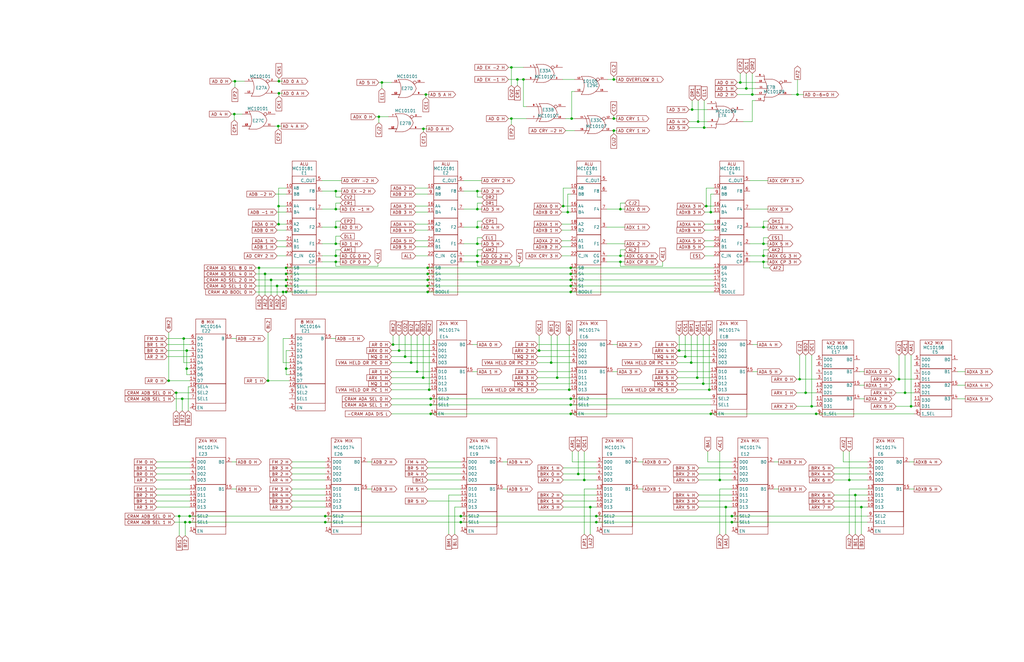
<source format=kicad_sch>
(kicad_sch (version 20211123) (generator eeschema)
  (paper "B")
  (title_block (title "DATA PATH AD & ADX ADDERS") (date "10/21/1976") (rev "A") (company "DIGITAL") (comment 1 "M8512-0-DP03"))
  (junction (at 218.186 33.528))
  (junction (at 344.17 174.625))
  (junction (at 215.646 28.448))
  (junction (at 109.22 113.03))
  (junction (at 175.895 156.845))
  (junction (at 180.34 113.03))
  (junction (at 141.605 102.87))
  (junction (at 243.84 200.025))
  (junction (at 180.34 118.11))
  (junction (at 261.62 88.265))
  (junction (at 173.355 153.035))
  (junction (at 291.846 46.228))
  (junction (at 117.602 34.29))
  (junction (at 240.03 164.465))
  (junction (at 141.605 88.265))
  (junction (at 78.74 147.955))
  (junction (at 321.945 107.95))
  (junction (at 168.275 147.955))
  (junction (at 314.706 37.338))
  (junction (at 379.095 160.02))
  (junction (at 294.005 159.385))
  (junction (at 137.16 217.805))
  (junction (at 117.475 86.995))
  (junction (at 77.47 142.875))
  (junction (at 113.03 160.655))
  (junction (at 178.435 159.385))
  (junction (at 317.246 39.878))
  (junction (at 294.386 51.308))
  (junction (at 321.945 95.885))
  (junction (at 120.65 120.65))
  (junction (at 258.826 33.528))
  (junction (at 215.646 50.038))
  (junction (at 288.925 150.495))
  (junction (at 237.49 86.995))
  (junction (at 161.036 34.798))
  (junction (at 180.34 120.65))
  (junction (at 258.826 55.118))
  (junction (at 360.68 208.915))
  (junction (at 120.65 155.575))
  (junction (at 261.62 107.95))
  (junction (at 248.92 213.995))
  (junction (at 299.72 174.625))
  (junction (at 76.835 168.275))
  (junction (at 170.815 150.495))
  (junction (at 246.38 202.565))
  (junction (at 179.578 39.878))
  (junction (at 180.34 123.19))
  (junction (at 251.46 217.805))
  (junction (at 240.665 113.03))
  (junction (at 336.296 39.878))
  (junction (at 303.53 202.565))
  (junction (at 240.665 123.19))
  (junction (at 117.348 53.213))
  (junction (at 201.295 80.645))
  (junction (at 232.41 153.035))
  (junction (at 194.31 217.805))
  (junction (at 141.605 110.49))
  (junction (at 291.465 153.035))
  (junction (at 240.665 174.625))
  (junction (at 111.76 115.57))
  (junction (at 240.665 168.275))
  (junction (at 78.105 220.345))
  (junction (at 296.926 53.848))
  (junction (at 234.95 159.385))
  (junction (at 159.766 49.276))
  (junction (at 119.38 123.19))
  (junction (at 201.295 95.885))
  (junction (at 240.665 170.815))
  (junction (at 239.395 89.535))
  (junction (at 299.085 164.465))
  (junction (at 98.806 48.133))
  (junction (at 80.01 217.805))
  (junction (at 117.475 94.615))
  (junction (at 251.46 220.345))
  (junction (at 299.72 89.535))
  (junction (at 137.16 220.345))
  (junction (at 181.61 168.275))
  (junction (at 321.945 110.49))
  (junction (at 78.74 155.575))
  (junction (at 381.635 165.735))
  (junction (at 201.295 107.95))
  (junction (at 117.602 39.37))
  (junction (at 180.975 164.465))
  (junction (at 120.65 115.57))
  (junction (at 297.815 86.995))
  (junction (at 286.385 147.955))
  (junction (at 141.605 107.95))
  (junction (at 306.07 213.995))
  (junction (at 261.62 110.49))
  (junction (at 227.33 147.955))
  (junction (at 363.22 213.995))
  (junction (at 114.3 118.11))
  (junction (at 240.665 118.11))
  (junction (at 74.295 165.735))
  (junction (at 201.295 110.49))
  (junction (at 384.175 171.45))
  (junction (at 99.06 34.29))
  (junction (at 71.12 160.655))
  (junction (at 181.61 170.815))
  (junction (at 308.61 217.805))
  (junction (at 80.01 220.345))
  (junction (at 220.726 33.528))
  (junction (at 358.14 202.565))
  (junction (at 141.605 80.645))
  (junction (at 312.166 34.798))
  (junction (at 201.295 88.265))
  (junction (at 342.265 171.45))
  (junction (at 75.565 217.805))
  (junction (at 241.046 50.038))
  (junction (at 178.562 54.356))
  (junction (at 201.295 102.87))
  (junction (at 116.84 120.65))
  (junction (at 240.665 115.57))
  (junction (at 337.185 160.02))
  (junction (at 120.65 118.11))
  (junction (at 194.31 220.345))
  (junction (at 321.945 102.87))
  (junction (at 141.605 95.885))
  (junction (at 120.65 113.03))
  (junction (at 240.665 120.65))
  (junction (at 308.61 220.345))
  (junction (at 165.735 145.415))
  (junction (at 180.34 115.57))
  (junction (at 258.826 50.038))
  (junction (at 120.65 123.19))
  (junction (at 181.61 174.625))
  (junction (at 296.545 161.925))
  (junction (at 339.725 165.735))
  (wire (pts (xy 296.926 53.848) (xy 298.196 53.848)))
  (wire (pts (xy 180.34 211.455) (xy 194.31 211.455)))
  (wire (pts (xy 98.806 48.133) (xy 102.108 48.133)))
  (wire (pts (xy 360.68 208.915) (xy 365.76 208.915)))
  (wire (pts (xy 170.815 141.605) (xy 170.815 150.495)))
  (wire (pts (xy 135.89 107.95) (xy 141.605 107.95)))
  (wire (pts (xy 97.536 48.133) (xy 98.806 48.133)))
  (wire (pts (xy 154.94 194.945) (xy 156.845 194.945)))
  (wire (pts (xy 243.84 190.5) (xy 243.84 200.025)))
  (wire (pts (xy 70.485 150.495) (xy 80.01 150.495)))
  (wire (pts (xy 294.64 208.915) (xy 308.61 208.915)))
  (wire (pts (xy 215.646 50.038) (xy 221.996 50.038)))
  (wire (pts (xy 286.385 141.605) (xy 286.385 147.955)))
  (wire (pts (xy 121.92 153.035) (xy 119.38 153.035)))
  (wire (pts (xy 363.22 213.995) (xy 365.76 213.995)))
  (wire (pts (xy 73.66 165.735) (xy 74.295 165.735)))
  (wire (pts (xy 111.76 115.57) (xy 120.65 115.57)))
  (wire (pts (xy 236.855 104.14) (xy 240.665 104.14)))
  (wire (pts (xy 141.605 107.95) (xy 143.51 107.95)))
  (wire (pts (xy 258.826 32.258) (xy 258.826 33.528)))
  (wire (pts (xy 291.846 42.418) (xy 291.846 46.228)))
  (wire (pts (xy 165.1 147.955) (xy 168.275 147.955)))
  (wire (pts (xy 203.2 83.185) (xy 201.295 83.185)))
  (wire (pts (xy 297.18 94.615) (xy 300.99 94.615)))
  (wire (pts (xy 240.03 141.605) (xy 240.03 164.465)))
  (wire (pts (xy 248.92 213.995) (xy 248.92 225.425)))
  (wire (pts (xy 116.205 81.915) (xy 120.65 81.915)))
  (wire (pts (xy 226.695 156.845) (xy 240.665 156.845)))
  (wire (pts (xy 291.846 46.228) (xy 298.196 46.228)))
  (wire (pts (xy 316.23 107.95) (xy 321.945 107.95)))
  (wire (pts (xy 288.925 150.495) (xy 299.72 150.495)))
  (wire (pts (xy 79.375 163.195) (xy 80.01 163.195)))
  (wire (pts (xy 321.945 100.33) (xy 321.945 102.87)))
  (wire (pts (xy 116.84 120.65) (xy 120.65 120.65)))
  (wire (pts (xy 321.945 107.95) (xy 323.85 107.95)))
  (wire (pts (xy 201.295 93.345) (xy 201.295 95.885)))
  (wire (pts (xy 303.53 206.375) (xy 308.61 206.375)))
  (wire (pts (xy 339.725 149.86) (xy 339.725 165.735)))
  (wire (pts (xy 98.806 50.673) (xy 98.806 48.133)))
  (wire (pts (xy 323.85 105.41) (xy 321.945 105.41)))
  (wire (pts (xy 258.826 50.038) (xy 260.096 50.038)))
  (wire (pts (xy 117.602 34.29) (xy 117.602 33.02)))
  (wire (pts (xy 66.04 202.565) (xy 80.01 202.565)))
  (wire (pts (xy 286.385 147.955) (xy 299.72 147.955)))
  (wire (pts (xy 238.506 50.038) (xy 241.046 50.038)))
  (wire (pts (xy 117.475 86.995) (xy 120.65 86.995)))
  (wire (pts (xy 77.47 142.875) (xy 80.01 142.875)))
  (wire (pts (xy 78.105 220.345) (xy 78.105 226.06)))
  (wire (pts (xy 165.1 170.815) (xy 181.61 170.815)))
  (wire (pts (xy 66.04 200.025) (xy 80.01 200.025)))
  (wire (pts (xy 73.66 217.805) (xy 75.565 217.805)))
  (wire (pts (xy 294.64 211.455) (xy 308.61 211.455)))
  (wire (pts (xy 379.095 160.02) (xy 385.445 160.02)))
  (wire (pts (xy 240.665 113.03) (xy 300.99 113.03)))
  (wire (pts (xy 66.04 208.915) (xy 80.01 208.915)))
  (wire (pts (xy 344.17 174.625) (xy 385.445 174.625)))
  (wire (pts (xy 123.19 213.995) (xy 137.16 213.995)))
  (wire (pts (xy 240.665 81.915) (xy 239.395 81.915)))
  (wire (pts (xy 195.58 102.87) (xy 201.295 102.87)))
  (wire (pts (xy 314.706 30.988) (xy 314.706 37.338)))
  (wire (pts (xy 237.49 200.025) (xy 243.84 200.025)))
  (wire (pts (xy 135.89 102.87) (xy 141.605 102.87)))
  (wire (pts (xy 80.01 220.345) (xy 137.16 220.345)))
  (wire (pts (xy 255.905 88.265) (xy 261.62 88.265)))
  (wire (pts (xy 285.75 156.845) (xy 299.72 156.845)))
  (wire (pts (xy 300.99 79.375) (xy 297.815 79.375)))
  (wire (pts (xy 194.31 208.915) (xy 189.23 208.915)))
  (wire (pts (xy 299.72 89.535) (xy 300.99 89.535)))
  (wire (pts (xy 299.085 141.605) (xy 299.085 164.465)))
  (wire (pts (xy 258.445 156.845) (xy 260.35 156.845)))
  (wire (pts (xy 123.19 206.375) (xy 137.16 206.375)))
  (wire (pts (xy 199.39 156.845) (xy 201.295 156.845)))
  (wire (pts (xy 165.1 161.925) (xy 181.61 161.925)))
  (wire (pts (xy 175.26 101.6) (xy 180.34 101.6)))
  (wire (pts (xy 80.01 153.035) (xy 77.47 153.035)))
  (wire (pts (xy 97.79 34.29) (xy 99.06 34.29)))
  (wire (pts (xy 321.945 113.03) (xy 321.945 110.49)))
  (wire (pts (xy 261.62 107.95) (xy 263.525 107.95)))
  (wire (pts (xy 117.094 39.37) (xy 117.602 39.37)))
  (wire (pts (xy 66.04 197.485) (xy 80.01 197.485)))
  (wire (pts (xy 333.756 39.878) (xy 336.296 39.878)))
  (wire (pts (xy 180.34 123.19) (xy 240.665 123.19)))
  (wire (pts (xy 239.395 81.915) (xy 239.395 89.535)))
  (wire (pts (xy 238.506 55.118) (xy 242.316 55.118)))
  (wire (pts (xy 135.89 110.49) (xy 141.605 110.49)))
  (wire (pts (xy 285.75 145.415) (xy 299.72 145.415)))
  (wire (pts (xy 258.826 48.768) (xy 258.826 50.038)))
  (wire (pts (xy 201.295 85.725) (xy 201.295 88.265)))
  (wire (pts (xy 214.376 33.528) (xy 218.186 33.528)))
  (wire (pts (xy 194.31 220.345) (xy 251.46 220.345)))
  (wire (pts (xy 139.7 142.875) (xy 141.605 142.875)))
  (wire (pts (xy 237.49 213.995) (xy 248.92 213.995)))
  (wire (pts (xy 120.65 115.57) (xy 180.34 115.57)))
  (wire (pts (xy 258.445 145.415) (xy 260.35 145.415)))
  (wire (pts (xy 170.815 150.495) (xy 181.61 150.495)))
  (wire (pts (xy 237.236 33.528) (xy 242.316 33.528)))
  (wire (pts (xy 310.896 37.338) (xy 314.706 37.338)))
  (wire (pts (xy 116.078 53.213) (xy 117.348 53.213)))
  (wire (pts (xy 117.348 53.213) (xy 118.618 53.213)))
  (wire (pts (xy 358.14 202.565) (xy 365.76 202.565)))
  (wire (pts (xy 137.16 217.805) (xy 194.31 217.805)))
  (wire (pts (xy 263.525 105.41) (xy 261.62 105.41)))
  (wire (pts (xy 251.46 220.345) (xy 308.61 220.345)))
  (wire (pts (xy 181.61 168.275) (xy 240.665 168.275)))
  (wire (pts (xy 191.77 213.995) (xy 194.31 213.995)))
  (wire (pts (xy 97.79 142.875) (xy 99.695 142.875)))
  (wire (pts (xy 313.436 51.308) (xy 317.246 51.308)))
  (wire (pts (xy 80.01 158.115) (xy 78.74 158.115)))
  (wire (pts (xy 165.1 164.465) (xy 180.975 164.465)))
  (wire (pts (xy 154.94 206.375) (xy 156.845 206.375)))
  (wire (pts (xy 175.26 97.155) (xy 180.34 97.155)))
  (wire (pts (xy 336.296 39.878) (xy 338.836 39.878)))
  (wire (pts (xy 135.89 80.645) (xy 141.605 80.645)))
  (wire (pts (xy 201.295 95.885) (xy 203.2 95.885)))
  (wire (pts (xy 326.39 206.375) (xy 328.295 206.375)))
  (wire (pts (xy 285.75 164.465) (xy 299.085 164.465)))
  (wire (pts (xy 296.545 141.605) (xy 296.545 161.925)))
  (wire (pts (xy 175.895 156.845) (xy 181.61 156.845)))
  (wire (pts (xy 237.49 211.455) (xy 251.46 211.455)))
  (wire (pts (xy 335.915 160.02) (xy 337.185 160.02)))
  (wire (pts (xy 180.34 194.945) (xy 194.31 194.945)))
  (wire (pts (xy 218.186 33.528) (xy 218.186 36.068)))
  (wire (pts (xy 117.094 34.29) (xy 117.602 34.29)))
  (wire (pts (xy 321.945 95.885) (xy 323.85 95.885)))
  (wire (pts (xy 116.84 89.535) (xy 120.65 89.535)))
  (wire (pts (xy 195.58 110.49) (xy 201.295 110.49)))
  (wire (pts (xy 99.06 34.29) (xy 103.124 34.29)))
  (wire (pts (xy 291.465 153.035) (xy 299.72 153.035)))
  (wire (pts (xy 165.1 150.495) (xy 170.815 150.495)))
  (wire (pts (xy 239.395 89.535) (xy 240.665 89.535)))
  (wire (pts (xy 141.605 112.395) (xy 141.605 110.49)))
  (wire (pts (xy 279.4 112.395) (xy 261.62 112.395)))
  (wire (pts (xy 201.295 112.395) (xy 201.295 110.49)))
  (wire (pts (xy 178.562 54.356) (xy 178.562 55.626)))
  (wire (pts (xy 201.295 88.265) (xy 203.2 88.265)))
  (wire (pts (xy 236.855 101.6) (xy 240.665 101.6)))
  (wire (pts (xy 120.65 79.375) (xy 117.475 79.375)))
  (wire (pts (xy 362.585 162.56) (xy 364.49 162.56)))
  (wire (pts (xy 261.62 105.41) (xy 261.62 107.95)))
  (wire (pts (xy 321.945 93.345) (xy 321.945 95.885)))
  (wire (pts (xy 175.26 104.14) (xy 180.34 104.14)))
  (wire (pts (xy 269.24 206.375) (xy 271.145 206.375)))
  (wire (pts (xy 261.62 88.265) (xy 263.525 88.265)))
  (wire (pts (xy 335.915 165.735) (xy 339.725 165.735)))
  (wire (pts (xy 303.53 202.565) (xy 308.61 202.565)))
  (wire (pts (xy 297.18 86.995) (xy 297.815 86.995)))
  (wire (pts (xy 141.605 95.885) (xy 143.51 95.885)))
  (wire (pts (xy 316.23 88.265) (xy 323.85 88.265)))
  (wire (pts (xy 317.246 51.308) (xy 317.246 42.418)))
  (wire (pts (xy 258.826 33.528) (xy 260.096 33.528)))
  (wire (pts (xy 119.38 123.19) (xy 119.38 124.46)))
  (wire (pts (xy 143.51 93.345) (xy 141.605 93.345)))
  (wire (pts (xy 71.12 140.335) (xy 71.12 160.655)))
  (wire (pts (xy 159.766 49.276) (xy 159.766 51.816)))
  (wire (pts (xy 240.665 170.815) (xy 299.72 170.815)))
  (wire (pts (xy 294.386 42.418) (xy 294.386 51.308)))
  (wire (pts (xy 246.38 202.565) (xy 251.46 202.565)))
  (wire (pts (xy 218.186 33.528) (xy 220.726 33.528)))
  (wire (pts (xy 195.58 95.885) (xy 201.295 95.885)))
  (wire (pts (xy 342.265 149.86) (xy 342.265 171.45)))
  (wire (pts (xy 226.695 150.495) (xy 240.665 150.495)))
  (wire (pts (xy 179.578 39.878) (xy 181.102 39.878)))
  (wire (pts (xy 237.49 197.485) (xy 251.46 197.485)))
  (wire (pts (xy 297.815 79.375) (xy 297.815 86.995)))
  (wire (pts (xy 323.85 93.345) (xy 321.945 93.345)))
  (wire (pts (xy 168.275 141.605) (xy 168.275 147.955)))
  (wire (pts (xy 180.34 113.03) (xy 240.665 113.03)))
  (wire (pts (xy 175.26 94.615) (xy 180.34 94.615)))
  (wire (pts (xy 180.34 118.11) (xy 240.665 118.11)))
  (wire (pts (xy 299.72 81.915) (xy 299.72 89.535)))
  (wire (pts (xy 74.295 173.355) (xy 74.295 165.735)))
  (wire (pts (xy 294.005 159.385) (xy 299.72 159.385)))
  (wire (pts (xy 241.3 190.5) (xy 241.3 194.945)))
  (wire (pts (xy 165.1 153.035) (xy 173.355 153.035)))
  (wire (pts (xy 358.14 206.375) (xy 365.76 206.375)))
  (wire (pts (xy 317.246 39.878) (xy 318.516 39.878)))
  (wire (pts (xy 355.6 194.945) (xy 365.76 194.945)))
  (wire (pts (xy 403.86 156.845) (xy 407.035 156.845)))
  (wire (pts (xy 203.2 105.41) (xy 201.295 105.41)))
  (wire (pts (xy 317.5 145.415) (xy 319.405 145.415)))
  (wire (pts (xy 240.665 115.57) (xy 300.99 115.57)))
  (wire (pts (xy 121.92 158.115) (xy 120.65 158.115)))
  (wire (pts (xy 80.01 217.805) (xy 137.16 217.805)))
  (wire (pts (xy 75.565 217.805) (xy 75.565 226.06)))
  (wire (pts (xy 123.19 194.945) (xy 137.16 194.945)))
  (wire (pts (xy 114.3 118.11) (xy 114.3 124.46)))
  (wire (pts (xy 351.79 208.915) (xy 360.68 208.915)))
  (wire (pts (xy 178.562 54.356) (xy 180.086 54.356)))
  (wire (pts (xy 165.1 174.625) (xy 181.61 174.625)))
  (wire (pts (xy 179.578 39.878) (xy 179.578 41.148)))
  (wire (pts (xy 214.376 28.448) (xy 215.646 28.448)))
  (wire (pts (xy 226.695 145.415) (xy 240.665 145.415)))
  (wire (pts (xy 246.38 206.375) (xy 251.46 206.375)))
  (wire (pts (xy 316.23 102.87) (xy 321.945 102.87)))
  (wire (pts (xy 79.375 173.355) (xy 79.375 163.195)))
  (wire (pts (xy 324.485 113.03) (xy 321.945 113.03)))
  (wire (pts (xy 298.45 190.5) (xy 298.45 194.945)))
  (wire (pts (xy 175.26 86.995) (xy 180.34 86.995)))
  (wire (pts (xy 199.39 145.415) (xy 201.295 145.415)))
  (wire (pts (xy 180.975 164.465) (xy 181.61 164.465)))
  (wire (pts (xy 251.46 217.805) (xy 308.61 217.805)))
  (wire (pts (xy 141.605 105.41) (xy 141.605 107.95)))
  (wire (pts (xy 321.945 102.87) (xy 323.85 102.87)))
  (wire (pts (xy 161.036 34.798) (xy 161.036 37.338)))
  (wire (pts (xy 180.34 197.485) (xy 194.31 197.485)))
  (wire (pts (xy 66.04 194.945) (xy 80.01 194.945)))
  (wire (pts (xy 342.265 171.45) (xy 344.17 171.45)))
  (wire (pts (xy 203.2 85.725) (xy 201.295 85.725)))
  (wire (pts (xy 226.695 161.925) (xy 240.665 161.925)))
  (wire (pts (xy 165.1 168.275) (xy 181.61 168.275)))
  (wire (pts (xy 381.635 149.86) (xy 381.635 165.735)))
  (wire (pts (xy 285.75 159.385) (xy 294.005 159.385)))
  (wire (pts (xy 175.26 107.95) (xy 180.34 107.95)))
  (wire (pts (xy 141.605 93.345) (xy 141.605 95.885)))
  (wire (pts (xy 141.605 99.695) (xy 141.605 102.87)))
  (wire (pts (xy 123.19 200.025) (xy 137.16 200.025)))
  (wire (pts (xy 240.665 79.375) (xy 237.49 79.375)))
  (wire (pts (xy 177.8 54.356) (xy 178.562 54.356)))
  (wire (pts (xy 285.75 153.035) (xy 291.465 153.035)))
  (wire (pts (xy 240.03 164.465) (xy 240.665 164.465)))
  (wire (pts (xy 212.09 194.945) (xy 213.995 194.945)))
  (wire (pts (xy 71.12 160.655) (xy 80.01 160.655)))
  (wire (pts (xy 232.41 141.605) (xy 232.41 153.035)))
  (wire (pts (xy 236.855 94.615) (xy 240.665 94.615)))
  (wire (pts (xy 120.65 118.11) (xy 180.34 118.11)))
  (wire (pts (xy 240.665 118.11) (xy 300.99 118.11)))
  (wire (pts (xy 308.61 220.345) (xy 365.76 220.345)))
  (wire (pts (xy 285.75 150.495) (xy 288.925 150.495)))
  (wire (pts (xy 119.38 123.19) (xy 120.65 123.19)))
  (wire (pts (xy 215.646 28.448) (xy 220.726 28.448)))
  (wire (pts (xy 141.605 80.645) (xy 144.145 80.645)))
  (wire (pts (xy 77.47 153.035) (xy 77.47 142.875)))
  (wire (pts (xy 358.14 206.375) (xy 358.14 225.425)))
  (wire (pts (xy 316.23 76.2) (xy 323.85 76.2)))
  (wire (pts (xy 269.24 194.945) (xy 271.145 194.945)))
  (wire (pts (xy 173.355 141.605) (xy 173.355 153.035)))
  (wire (pts (xy 297.18 89.535) (xy 299.72 89.535)))
  (wire (pts (xy 381.635 165.735) (xy 385.445 165.735)))
  (wire (pts (xy 78.74 147.955) (xy 80.01 147.955)))
  (wire (pts (xy 117.348 53.213) (xy 117.348 54.483)))
  (wire (pts (xy 120.65 113.03) (xy 180.34 113.03)))
  (wire (pts (xy 232.41 153.035) (xy 240.665 153.035)))
  (wire (pts (xy 73.66 168.275) (xy 76.835 168.275)))
  (wire (pts (xy 377.825 160.02) (xy 379.095 160.02)))
  (wire (pts (xy 175.26 81.915) (xy 180.34 81.915)))
  (wire (pts (xy 317.5 156.845) (xy 319.405 156.845)))
  (wire (pts (xy 321.945 110.49) (xy 323.85 110.49)))
  (wire (pts (xy 363.22 213.995) (xy 363.22 225.425)))
  (wire (pts (xy 379.095 149.86) (xy 379.095 160.02)))
  (wire (pts (xy 227.33 147.955) (xy 240.665 147.955)))
  (wire (pts (xy 237.49 208.915) (xy 251.46 208.915)))
  (wire (pts (xy 165.735 145.415) (xy 181.61 145.415)))
  (wire (pts (xy 288.925 141.605) (xy 288.925 150.495)))
  (wire (pts (xy 180.34 200.025) (xy 194.31 200.025)))
  (wire (pts (xy 335.915 171.45) (xy 342.265 171.45)))
  (wire (pts (xy 107.95 120.65) (xy 116.84 120.65)))
  (wire (pts (xy 383.54 194.945) (xy 385.445 194.945)))
  (wire (pts (xy 294.64 213.995) (xy 306.07 213.995)))
  (wire (pts (xy 123.19 208.915) (xy 137.16 208.915)))
  (wire (pts (xy 117.475 94.615) (xy 120.65 94.615)))
  (wire (pts (xy 234.95 141.605) (xy 234.95 159.385)))
  (wire (pts (xy 116.84 101.6) (xy 120.65 101.6)))
  (wire (pts (xy 337.185 160.02) (xy 344.17 160.02)))
  (wire (pts (xy 119.38 153.035) (xy 119.38 142.875)))
  (wire (pts (xy 243.84 200.025) (xy 251.46 200.025)))
  (wire (pts (xy 261.62 112.395) (xy 261.62 110.49)))
  (wire (pts (xy 290.576 46.228) (xy 291.846 46.228)))
  (wire (pts (xy 143.51 99.695) (xy 141.605 99.695)))
  (wire (pts (xy 201.295 102.87) (xy 203.2 102.87)))
  (wire (pts (xy 161.036 34.798) (xy 165.1 34.798)))
  (wire (pts (xy 285.75 147.955) (xy 286.385 147.955)))
  (wire (pts (xy 178.435 141.605) (xy 178.435 159.385)))
  (wire (pts (xy 226.695 164.465) (xy 240.03 164.465)))
  (wire (pts (xy 175.26 79.375) (xy 180.34 79.375)))
  (wire (pts (xy 165.1 145.415) (xy 165.735 145.415)))
  (wire (pts (xy 180.34 115.57) (xy 240.665 115.57)))
  (wire (pts (xy 221.996 44.958) (xy 220.726 44.958)))
  (wire (pts (xy 317.246 42.418) (xy 318.516 42.418)))
  (wire (pts (xy 116.84 97.155) (xy 120.65 97.155)))
  (wire (pts (xy 358.14 190.5) (xy 358.14 202.565)))
  (wire (pts (xy 78.74 155.575) (xy 80.01 155.575)))
  (wire (pts (xy 181.61 174.625) (xy 240.665 174.625)))
  (wire (pts (xy 360.68 208.915) (xy 360.68 225.425)))
  (wire (pts (xy 403.86 162.56) (xy 407.035 162.56)))
  (wire (pts (xy 212.09 206.375) (xy 213.995 206.375)))
  (wire (pts (xy 246.38 206.375) (xy 246.38 225.425)))
  (wire (pts (xy 201.295 110.49) (xy 203.2 110.49)))
  (wire (pts (xy 107.95 113.03) (xy 109.22 113.03)))
  (wire (pts (xy 158.496 49.276) (xy 159.766 49.276)))
  (wire (pts (xy 215.646 50.038) (xy 215.646 52.578)))
  (wire (pts (xy 159.385 112.395) (xy 141.605 112.395)))
  (wire (pts (xy 76.835 168.275) (xy 80.01 168.275)))
  (wire (pts (xy 189.23 208.915) (xy 189.23 225.425)))
  (wire (pts (xy 248.92 213.995) (xy 251.46 213.995)))
  (wire (pts (xy 123.19 197.485) (xy 137.16 197.485)))
  (wire (pts (xy 256.286 33.528) (xy 258.826 33.528)))
  (wire (pts (xy 351.79 200.025) (xy 365.76 200.025)))
  (wire (pts (xy 321.945 105.41) (xy 321.945 107.95)))
  (wire (pts (xy 339.725 165.735) (xy 344.17 165.735)))
  (wire (pts (xy 242.316 38.608) (xy 241.046 38.608)))
  (wire (pts (xy 143.51 105.41) (xy 141.605 105.41)))
  (wire (pts (xy 362.585 168.275) (xy 364.49 168.275)))
  (wire (pts (xy 141.605 88.265) (xy 143.51 88.265)))
  (wire (pts (xy 113.03 160.655) (xy 121.92 160.655)))
  (wire (pts (xy 141.605 85.725) (xy 141.605 88.265)))
  (wire (pts (xy 240.665 174.625) (xy 299.72 174.625)))
  (wire (pts (xy 111.76 115.57) (xy 111.76 124.46)))
  (wire (pts (xy 143.51 85.725) (xy 141.605 85.725)))
  (wire (pts (xy 298.45 194.945) (xy 308.61 194.945)))
  (wire (pts (xy 236.855 107.95) (xy 240.665 107.95)))
  (wire (pts (xy 78.74 155.575) (xy 78.74 147.955)))
  (wire (pts (xy 116.84 104.14) (xy 120.65 104.14)))
  (wire (pts (xy 236.855 89.535) (xy 239.395 89.535)))
  (wire (pts (xy 135.89 88.265) (xy 141.605 88.265)))
  (wire (pts (xy 377.825 165.735) (xy 381.635 165.735)))
  (wire (pts (xy 141.605 110.49) (xy 143.51 110.49)))
  (wire (pts (xy 66.04 206.375) (xy 80.01 206.375)))
  (wire (pts (xy 237.49 202.565) (xy 246.38 202.565)))
  (wire (pts (xy 285.75 161.925) (xy 296.545 161.925)))
  (wire (pts (xy 263.525 85.725) (xy 261.62 85.725)))
  (wire (pts (xy 306.07 213.995) (xy 308.61 213.995)))
  (wire (pts (xy 179.07 39.878) (xy 179.578 39.878)))
  (wire (pts (xy 241.046 50.038) (xy 242.316 50.038)))
  (wire (pts (xy 351.79 211.455) (xy 365.76 211.455)))
  (wire (pts (xy 290.576 53.848) (xy 296.926 53.848)))
  (wire (pts (xy 159.766 34.798) (xy 161.036 34.798)))
  (wire (pts (xy 112.395 160.655) (xy 113.03 160.655)))
  (wire (pts (xy 384.175 149.86) (xy 384.175 171.45)))
  (wire (pts (xy 165.1 156.845) (xy 175.895 156.845)))
  (wire (pts (xy 279.4 110.49) (xy 279.4 112.395)))
  (wire (pts (xy 234.95 159.385) (xy 240.665 159.385)))
  (wire (pts (xy 201.295 100.33) (xy 201.295 102.87)))
  (wire (pts (xy 116.84 120.65) (xy 116.84 124.46)))
  (wire (pts (xy 181.61 170.815) (xy 240.665 170.815)))
  (wire (pts (xy 303.53 206.375) (xy 303.53 225.425)))
  (wire (pts (xy 159.385 111.125) (xy 159.385 112.395)))
  (wire (pts (xy 191.77 225.425) (xy 191.77 213.995)))
  (wire (pts (xy 123.19 202.565) (xy 137.16 202.565)))
  (wire (pts (xy 241.046 38.608) (xy 241.046 50.038)))
  (wire (pts (xy 240.665 120.65) (xy 300.99 120.65)))
  (wire (pts (xy 220.726 33.528) (xy 220.726 44.958)))
  (wire (pts (xy 299.085 164.465) (xy 299.72 164.465)))
  (wire (pts (xy 237.49 79.375) (xy 237.49 86.995)))
  (wire (pts (xy 255.905 95.885) (xy 263.525 95.885)))
  (wire (pts (xy 97.79 206.375) (xy 99.695 206.375)))
  (wire (pts (xy 117.602 34.29) (xy 119.126 34.29)))
  (wire (pts (xy 323.85 100.33) (xy 321.945 100.33)))
  (wire (pts (xy 73.66 220.345) (xy 78.105 220.345)))
  (wire (pts (xy 306.07 213.995) (xy 306.07 225.425)))
  (wire (pts (xy 403.86 168.275) (xy 407.035 168.275)))
  (wire (pts (xy 194.31 217.805) (xy 251.46 217.805)))
  (wire (pts (xy 120.65 147.955) (xy 121.92 147.955)))
  (wire (pts (xy 296.926 42.418) (xy 296.926 53.848)))
  (wire (pts (xy 294.64 200.025) (xy 308.61 200.025)))
  (wire (pts (xy 215.646 28.448) (xy 215.646 36.068)))
  (wire (pts (xy 173.355 153.035) (xy 181.61 153.035)))
  (wire (pts (xy 240.665 123.19) (xy 300.99 123.19)))
  (wire (pts (xy 226.695 153.035) (xy 232.41 153.035)))
  (wire (pts (xy 312.166 34.798) (xy 318.516 34.798)))
  (wire (pts (xy 258.826 55.118) (xy 258.826 56.388)))
  (wire (pts (xy 135.89 76.2) (xy 144.145 76.2)))
  (wire (pts (xy 76.835 168.275) (xy 76.835 173.355)))
  (wire (pts (xy 141.605 83.185) (xy 141.605 80.645)))
  (wire (pts (xy 70.485 142.875) (xy 77.47 142.875)))
  (wire (pts (xy 195.58 80.645) (xy 201.295 80.645)))
  (wire (pts (xy 237.49 86.995) (xy 240.665 86.995)))
  (wire (pts (xy 180.975 141.605) (xy 180.975 164.465)))
  (wire (pts (xy 384.175 171.45) (xy 385.445 171.45)))
  (wire (pts (xy 261.62 110.49) (xy 263.525 110.49)))
  (wire (pts (xy 180.34 202.565) (xy 194.31 202.565)))
  (wire (pts (xy 383.54 206.375) (xy 385.445 206.375)))
  (wire (pts (xy 78.105 220.345) (xy 80.01 220.345)))
  (wire (pts (xy 294.64 202.565) (xy 303.53 202.565)))
  (wire (pts (xy 120.65 158.115) (xy 120.65 155.575)))
  (wire (pts (xy 137.16 220.345) (xy 194.31 220.345)))
  (wire (pts (xy 219.075 112.395) (xy 201.295 112.395)))
  (wire (pts (xy 310.896 34.798) (xy 312.166 34.798)))
  (wire (pts (xy 159.766 49.276) (xy 163.83 49.276)))
  (wire (pts (xy 203.2 93.345) (xy 201.295 93.345)))
  (wire (pts (xy 337.185 149.86) (xy 337.185 160.02)))
  (wire (pts (xy 290.576 51.308) (xy 294.386 51.308)))
  (wire (pts (xy 294.386 51.308) (xy 298.196 51.308)))
  (wire (pts (xy 214.376 50.038) (xy 215.646 50.038)))
  (wire (pts (xy 294.64 197.485) (xy 308.61 197.485)))
  (wire (pts (xy 255.905 102.87) (xy 263.525 102.87)))
  (wire (pts (xy 326.39 194.945) (xy 328.295 194.945)))
  (wire (pts (xy 310.896 39.878) (xy 317.246 39.878)))
  (wire (pts (xy 351.79 197.485) (xy 365.76 197.485)))
  (wire (pts (xy 113.03 140.335) (xy 113.03 160.655)))
  (wire (pts (xy 297.18 107.95) (xy 300.99 107.95)))
  (wire (pts (xy 336.296 33.528) (xy 336.296 39.878)))
  (wire (pts (xy 168.275 147.955) (xy 181.61 147.955)))
  (wire (pts (xy 236.855 86.995) (xy 237.49 86.995)))
  (wire (pts (xy 74.295 165.735) (xy 80.01 165.735)))
  (wire (pts (xy 175.26 89.535) (xy 180.34 89.535)))
  (wire (pts (xy 296.545 161.925) (xy 299.72 161.925)))
  (wire (pts (xy 70.485 145.415) (xy 80.01 145.415)))
  (wire (pts (xy 226.695 159.385) (xy 234.95 159.385)))
  (wire (pts (xy 175.895 141.605) (xy 175.895 156.845)))
  (wire (pts (xy 114.3 118.11) (xy 120.65 118.11)))
  (wire (pts (xy 291.465 141.605) (xy 291.465 153.035)))
  (wire (pts (xy 116.84 94.615) (xy 117.475 94.615)))
  (wire (pts (xy 120.65 120.65) (xy 180.34 120.65)))
  (wire (pts (xy 201.295 107.95) (xy 203.2 107.95)))
  (wire (pts (xy 226.695 147.955) (xy 227.33 147.955)))
  (wire (pts (xy 75.565 217.805) (xy 80.01 217.805)))
  (wire (pts (xy 300.99 81.915) (xy 299.72 81.915)))
  (wire (pts (xy 107.95 123.19) (xy 119.38 123.19)))
  (wire (pts (xy 109.22 113.03) (xy 120.65 113.03)))
  (wire (pts (xy 240.665 168.275) (xy 299.72 168.275)))
  (wire (pts (xy 165.1 159.385) (xy 178.435 159.385)))
  (wire (pts (xy 195.58 76.2) (xy 203.2 76.2)))
  (wire (pts (xy 294.005 141.605) (xy 294.005 159.385)))
  (wire (pts (xy 195.58 107.95) (xy 201.295 107.95)))
  (wire (pts (xy 107.95 118.11) (xy 114.3 118.11)))
  (wire (pts (xy 123.19 211.455) (xy 137.16 211.455)))
  (wire (pts (xy 203.2 100.33) (xy 201.295 100.33)))
  (wire (pts (xy 97.79 194.945) (xy 99.695 194.945)))
  (wire (pts (xy 201.295 83.185) (xy 201.295 80.645)))
  (wire (pts (xy 117.475 86.995) (xy 117.475 94.615)))
  (wire (pts (xy 116.84 107.95) (xy 120.65 107.95)))
  (wire (pts (xy 117.602 39.37) (xy 119.126 39.37)))
  (wire (pts (xy 299.72 174.625) (xy 344.17 174.625)))
  (wire (pts (xy 317.246 30.988) (xy 317.246 39.878)))
  (wire (pts (xy 119.38 142.875) (xy 121.92 142.875)))
  (wire (pts (xy 201.295 80.645) (xy 203.2 80.645)))
  (wire (pts (xy 255.905 110.49) (xy 261.62 110.49)))
  (wire (pts (xy 120.65 155.575) (xy 121.92 155.575)))
  (wire (pts (xy 99.06 34.29) (xy 99.06 36.83)))
  (wire (pts (xy 70.485 147.955) (xy 78.74 147.955)))
  (wire (pts (xy 308.61 217.805) (xy 365.76 217.805)))
  (wire (pts (xy 241.3 194.945) (xy 251.46 194.945)))
  (wire (pts (xy 201.295 105.41) (xy 201.295 107.95)))
  (wire (pts (xy 120.65 155.575) (xy 120.65 147.955)))
  (wire (pts (xy 107.95 115.57) (xy 111.76 115.57)))
  (wire (pts (xy 120.65 123.19) (xy 180.34 123.19)))
  (wire (pts (xy 351.79 202.565) (xy 358.14 202.565)))
  (wire (pts (xy 66.04 211.455) (xy 80.01 211.455)))
  (wire (pts (xy 143.51 83.185) (xy 141.605 83.185)))
  (wire (pts (xy 255.905 107.95) (xy 261.62 107.95)))
  (wire (pts (xy 297.18 97.155) (xy 300.99 97.155)))
  (wire (pts (xy 180.34 206.375) (xy 194.31 206.375)))
  (wire (pts (xy 351.79 213.995) (xy 363.22 213.995)))
  (wire (pts (xy 70.485 160.655) (xy 71.12 160.655)))
  (wire (pts (xy 78.74 158.115) (xy 78.74 155.575)))
  (wire (pts (xy 246.38 190.5) (xy 246.38 202.565)))
  (wire (pts (xy 297.18 101.6) (xy 300.99 101.6)))
  (wire (pts (xy 195.58 88.265) (xy 201.295 88.265)))
  (wire (pts (xy 117.602 39.37) (xy 117.602 40.64)))
  (wire (pts (xy 303.53 190.5) (xy 303.53 202.565)))
  (wire (pts (xy 316.23 110.49) (xy 321.945 110.49)))
  (wire (pts (xy 316.23 95.885) (xy 321.945 95.885)))
  (wire (pts (xy 258.826 55.118) (xy 260.096 55.118)))
  (wire (pts (xy 141.605 102.87) (xy 143.51 102.87)))
  (wire (pts (xy 109.22 113.03) (xy 109.22 124.46)))
  (wire (pts (xy 227.33 141.605) (xy 227.33 147.955)))
  (wire (pts (xy 297.815 86.995) (xy 300.99 86.995)))
  (wire (pts (xy 178.435 159.385) (xy 181.61 159.385)))
  (wire (pts (xy 362.585 156.845) (xy 364.49 156.845)))
  (wire (pts (xy 117.475 79.375) (xy 117.475 86.995)))
  (wire (pts (xy 377.825 171.45) (xy 384.175 171.45)))
  (wire (pts (xy 236.855 97.155) (xy 240.665 97.155)))
  (wire (pts (xy 180.34 120.65) (xy 240.665 120.65)))
  (wire (pts (xy 297.18 104.14) (xy 300.99 104.14)))
  (wire (pts (xy 66.04 213.995) (xy 80.01 213.995)))
  (wire (pts (xy 135.89 95.885) (xy 141.605 95.885)))
  (wire (pts (xy 165.735 141.605) (xy 165.735 145.415)))
  (wire (pts (xy 355.6 190.5) (xy 355.6 194.945)))
  (wire (pts (xy 312.166 30.988) (xy 312.166 34.798)))
  (wire (pts (xy 219.075 111.125) (xy 219.075 112.395)))
  (wire (pts (xy 261.62 85.725) (xy 261.62 88.265)))
  (wire (pts (xy 314.706 37.338) (xy 318.516 37.338)))
  (global_label "CRAM ADA SEL 0 H" (shape input) (at 165.1 168.275 180) (property "Intersheet References" "${INTERSHEET_REFS}" (effects hide)))
  (global_label "AD 4 A H" (shape output) (at 118.618 53.213 0) (property "Intersheet References" "${INTERSHEET_REFS}" (effects hide)))
  (global_label "AC1" (shape input) (at 381.635 149.86 90) (property "Intersheet References" "${INTERSHEET_REFS}" (effects hide)))
  (global_label "AR 4 H" (shape input) (at 123.19 202.565 180) (property "Intersheet References" "${INTERSHEET_REFS}" (effects hide)))
  (global_label "ADA 2 H" (shape input) (at 175.26 79.375 180) (property "Intersheet References" "${INTERSHEET_REFS}" (effects hide)))
  (global_label "VMA HELD OR PC 3 H" (shape input) (at 226.695 164.465 180) (property "Intersheet References" "${INTERSHEET_REFS}" (effects hide)))
  (global_label "ADX CG 3 H" (shape output) (at 323.85 107.95 0) (property "Intersheet References" "${INTERSHEET_REFS}" (effects hide)))
  (global_label "EJ2" (shape input) (at 337.185 149.86 90) (property "Intersheet References" "${INTERSHEET_REFS}" (effects hide)))
  (global_label "AD EX -1 H" (shape output) (at 143.51 88.265 0) (property "Intersheet References" "${INTERSHEET_REFS}" (effects hide)))
  (global_label "AL2" (shape input) (at 263.525 105.41 0) (property "Intersheet References" "${INTERSHEET_REFS}" (effects hide)))
  (global_label "AE1" (shape input) (at 279.4 110.49 90) (property "Intersheet References" "${INTERSHEET_REFS}" (effects hide)))
  (global_label "CN1" (shape input) (at 117.602 33.02 90) (property "Intersheet References" "${INTERSHEET_REFS}" (effects hide)))
  (global_label "BL2" (shape input) (at 175.895 141.605 90) (property "Intersheet References" "${INTERSHEET_REFS}" (effects hide)))
  (global_label "BR 4 H" (shape input) (at 180.34 200.025 180) (property "Intersheet References" "${INTERSHEET_REFS}" (effects hide)))
  (global_label "ARX 4 H" (shape input) (at 285.75 147.955 180) (property "Intersheet References" "${INTERSHEET_REFS}" (effects hide)))
  (global_label "CV2" (shape input) (at 143.51 83.185 0) (property "Intersheet References" "${INTERSHEET_REFS}" (effects hide)))
  (global_label "ADXA 0 H" (shape output) (at 364.49 156.845 0) (property "Intersheet References" "${INTERSHEET_REFS}" (effects hide)))
  (global_label "ADA 4 H" (shape output) (at 319.405 145.415 0) (property "Intersheet References" "${INTERSHEET_REFS}" (effects hide)))
  (global_label "ARX 4 H" (shape input) (at 377.825 165.735 180) (property "Intersheet References" "${INTERSHEET_REFS}" (effects hide)))
  (global_label "EJ2" (shape input) (at 168.275 141.605 90) (property "Intersheet References" "${INTERSHEET_REFS}" (effects hide)))
  (global_label "CRAM AD SEL 8 0 H" (shape input) (at 107.95 113.03 180) (property "Intersheet References" "${INTERSHEET_REFS}" (effects hide)))
  (global_label "BK2" (shape input) (at 165.735 141.605 90) (property "Intersheet References" "${INTERSHEET_REFS}" (effects hide)))
  (global_label "ADB 2 H" (shape output) (at 156.845 194.945 0) (property "Intersheet References" "${INTERSHEET_REFS}" (effects hide)))
  (global_label "DL1" (shape input) (at 143.51 99.695 0) (property "Intersheet References" "${INTERSHEET_REFS}" (effects hide)))
  (global_label "AR 2 H" (shape input) (at 226.695 145.415 180) (property "Intersheet References" "${INTERSHEET_REFS}" (effects hide)))
  (global_label "VMA HELD OR PC 0 H" (shape input) (at 165.1 153.035 180) (property "Intersheet References" "${INTERSHEET_REFS}" (effects hide)))
  (global_label "ADXB 4 H" (shape input) (at 297.18 97.155 180) (property "Intersheet References" "${INTERSHEET_REFS}" (effects hide)))
  (global_label "AC1" (shape input) (at 286.385 141.605 90) (property "Intersheet References" "${INTERSHEET_REFS}" (effects hide)))
  (global_label "BR 4 H" (shape input) (at 123.19 208.915 180) (property "Intersheet References" "${INTERSHEET_REFS}" (effects hide)))
  (global_label "AR 5 H" (shape input) (at 285.75 156.845 180) (property "Intersheet References" "${INTERSHEET_REFS}" (effects hide)))
  (global_label "ARX 0 H" (shape input) (at 335.915 160.02 180) (property "Intersheet References" "${INTERSHEET_REFS}" (effects hide)))
  (global_label "ADXA 5 H" (shape output) (at 407.035 168.275 0) (property "Intersheet References" "${INTERSHEET_REFS}" (effects hide)))
  (global_label "AN1" (shape input) (at 119.38 124.46 270) (property "Intersheet References" "${INTERSHEET_REFS}" (effects hide)))
  (global_label "FM 5 H" (shape input) (at 180.34 206.375 180) (property "Intersheet References" "${INTERSHEET_REFS}" (effects hide)))
  (global_label "BF1" (shape input) (at 232.41 141.605 90) (property "Intersheet References" "${INTERSHEET_REFS}" (effects hide)))
  (global_label "AR1" (shape input) (at 241.3 190.5 90) (property "Intersheet References" "${INTERSHEET_REFS}" (effects hide)))
  (global_label "ARX 5 H" (shape input) (at 294.64 213.995 180) (property "Intersheet References" "${INTERSHEET_REFS}" (effects hide)))
  (global_label "AE2" (shape input) (at 111.76 124.46 270) (property "Intersheet References" "${INTERSHEET_REFS}" (effects hide)))
  (global_label "AD 3 H" (shape output) (at 203.2 88.265 0) (property "Intersheet References" "${INTERSHEET_REFS}" (effects hide)))
  (global_label "ADXB 1 H" (shape output) (at 271.145 206.375 0) (property "Intersheet References" "${INTERSHEET_REFS}" (effects hide)))
  (global_label "AD CRY 1 H" (shape output) (at 260.096 55.118 0) (property "Intersheet References" "${INTERSHEET_REFS}" (effects hide)))
  (global_label "ADXB 1 H" (shape input) (at 236.855 97.155 180) (property "Intersheet References" "${INTERSHEET_REFS}" (effects hide)))
  (global_label "ADB -1 H" (shape input) (at 116.84 89.535 180) (property "Intersheet References" "${INTERSHEET_REFS}" (effects hide)))
  (global_label "CK1" (shape input) (at 117.602 40.64 270) (property "Intersheet References" "${INTERSHEET_REFS}" (effects hide)))
  (global_label "MQ 3 H" (shape input) (at 226.695 161.925 180) (property "Intersheet References" "${INTERSHEET_REFS}" (effects hide)))
  (global_label "ADA 1 H" (shape input) (at 116.84 101.6 180) (property "Intersheet References" "${INTERSHEET_REFS}" (effects hide)))
  (global_label "CRAM AD SEL 4 0 H" (shape input) (at 107.95 115.57 180) (property "Intersheet References" "${INTERSHEET_REFS}" (effects hide)))
  (global_label "AJ2" (shape input) (at 248.92 225.425 270) (property "Intersheet References" "${INTERSHEET_REFS}" (effects hide)))
  (global_label "ARX 1 H" (shape input) (at 165.1 159.385 180) (property "Intersheet References" "${INTERSHEET_REFS}" (effects hide)))
  (global_label "AD 0 H" (shape input) (at 97.79 34.29 180) (property "Intersheet References" "${INTERSHEET_REFS}" (effects hide)))
  (global_label "ADA 5 H" (shape output) (at 319.405 156.845 0) (property "Intersheet References" "${INTERSHEET_REFS}" (effects hide)))
  (global_label "AD CP 2 H" (shape output) (at 203.2 110.49 0) (property "Intersheet References" "${INTERSHEET_REFS}" (effects hide)))
  (global_label "BL1" (shape input) (at 191.77 225.425 270) (property "Intersheet References" "${INTERSHEET_REFS}" (effects hide)))
  (global_label "BR 5 H" (shape input) (at 180.34 211.455 180) (property "Intersheet References" "${INTERSHEET_REFS}" (effects hide)))
  (global_label "ADX 0 H" (shape output) (at 263.525 88.265 0) (property "Intersheet References" "${INTERSHEET_REFS}" (effects hide)))
  (global_label "VMA HELD OR PC 2 H" (shape input) (at 226.695 153.035 180) (property "Intersheet References" "${INTERSHEET_REFS}" (effects hide)))
  (global_label "BC1" (shape input) (at 299.085 141.605 90) (property "Intersheet References" "${INTERSHEET_REFS}" (effects hide)))
  (global_label "AD EX -2 H" (shape input) (at 214.376 28.448 180) (property "Intersheet References" "${INTERSHEET_REFS}" (effects hide)))
  (global_label "FM 1 H" (shape input) (at 66.04 206.375 180) (property "Intersheet References" "${INTERSHEET_REFS}" (effects hide)))
  (global_label "ADXB 3 H" (shape output) (at 328.295 206.375 0) (property "Intersheet References" "${INTERSHEET_REFS}" (effects hide)))
  (global_label "AR 1 H" (shape input) (at 165.1 156.845 180) (property "Intersheet References" "${INTERSHEET_REFS}" (effects hide)))
  (global_label "ARX 2 H" (shape input) (at 237.49 202.565 180) (property "Intersheet References" "${INTERSHEET_REFS}" (effects hide)))
  (global_label "BA1" (shape input) (at 298.45 190.5 90) (property "Intersheet References" "${INTERSHEET_REFS}" (effects hide)))
  (global_label "ADXB 4 H" (shape output) (at 385.445 194.945 0) (property "Intersheet References" "${INTERSHEET_REFS}" (effects hide)))
  (global_label "AC1" (shape input) (at 303.53 190.5 90) (property "Intersheet References" "${INTERSHEET_REFS}" (effects hide)))
  (global_label "ADX 5 H" (shape output) (at 323.85 102.87 0) (property "Intersheet References" "${INTERSHEET_REFS}" (effects hide)))
  (global_label "AD CG 2 H" (shape output) (at 203.2 107.95 0) (property "Intersheet References" "${INTERSHEET_REFS}" (effects hide)))
  (global_label "AD 0-6=0 H" (shape output) (at 338.836 39.878 0) (property "Intersheet References" "${INTERSHEET_REFS}" (effects hide)))
  (global_label "ADXA 3 H" (shape input) (at 297.18 86.995 180) (property "Intersheet References" "${INTERSHEET_REFS}" (effects hide)))
  (global_label "AD 0 H" (shape input) (at 214.376 50.038 180) (property "Intersheet References" "${INTERSHEET_REFS}" (effects hide)))
  (global_label "AF1" (shape input) (at 219.075 111.125 90) (property "Intersheet References" "${INTERSHEET_REFS}" (effects hide)))
  (global_label "EL1" (shape input) (at 296.926 42.418 90) (property "Intersheet References" "${INTERSHEET_REFS}" (effects hide)))
  (global_label "ARX 6 H" (shape input) (at 351.79 202.565 180) (property "Intersheet References" "${INTERSHEET_REFS}" (effects hide)))
  (global_label "BD2" (shape input) (at 178.435 141.605 90) (property "Intersheet References" "${INTERSHEET_REFS}" (effects hide)))
  (global_label "ADB 0 H" (shape input) (at 116.84 97.155 180) (property "Intersheet References" "${INTERSHEET_REFS}" (effects hide)))
  (global_label "CD2" (shape input) (at 170.815 141.605 90) (property "Intersheet References" "${INTERSHEET_REFS}" (effects hide)))
  (global_label "ADXB 3 H" (shape input) (at 297.18 89.535 180) (property "Intersheet References" "${INTERSHEET_REFS}" (effects hide)))
  (global_label "ADB 5 H" (shape output) (at 213.995 206.375 0) (property "Intersheet References" "${INTERSHEET_REFS}" (effects hide)))
  (global_label "BRX 3 H" (shape input) (at 294.64 211.455 180) (property "Intersheet References" "${INTERSHEET_REFS}" (effects hide)))
  (global_label "CRAM AD SEL 1 0 H" (shape input) (at 107.95 120.65 180) (property "Intersheet References" "${INTERSHEET_REFS}" (effects hide)))
  (global_label "ADB 2 H" (shape input) (at 175.26 81.915 180) (property "Intersheet References" "${INTERSHEET_REFS}" (effects hide)))
  (global_label "AD 0 A L" (shape output) (at 118.872 34.29 0) (property "Intersheet References" "${INTERSHEET_REFS}" (effects hide)))
  (global_label "AR 2 H" (shape input) (at 66.04 202.565 180) (property "Intersheet References" "${INTERSHEET_REFS}" (effects hide)))
  (global_label "BRX 6 H" (shape input) (at 351.79 208.915 180) (property "Intersheet References" "${INTERSHEET_REFS}" (effects hide)))
  (global_label "ADXA 4 H" (shape input) (at 297.18 94.615 180) (property "Intersheet References" "${INTERSHEET_REFS}" (effects hide)))
  (global_label "AD1" (shape input) (at 109.22 124.46 270) (property "Intersheet References" "${INTERSHEET_REFS}" (effects hide)))
  (global_label "BRX 2 H" (shape input) (at 237.49 208.915 180) (property "Intersheet References" "${INTERSHEET_REFS}" (effects hide)))
  (global_label "EP2" (shape input) (at 143.51 93.345 0) (property "Intersheet References" "${INTERSHEET_REFS}" (effects hide)))
  (global_label "ADXB 0 H" (shape input) (at 236.855 89.535 180) (property "Intersheet References" "${INTERSHEET_REFS}" (effects hide)))
  (global_label "ADXA 1 H" (shape output) (at 364.49 162.56 0) (property "Intersheet References" "${INTERSHEET_REFS}" (effects hide)))
  (global_label "MQ 1 H" (shape input) (at 165.1 161.925 180) (property "Intersheet References" "${INTERSHEET_REFS}" (effects hide)))
  (global_label "ADXB 2 H" (shape output) (at 328.295 194.945 0) (property "Intersheet References" "${INTERSHEET_REFS}" (effects hide)))
  (global_label "DC1" (shape input) (at 227.33 141.605 90) (property "Intersheet References" "${INTERSHEET_REFS}" (effects hide)))
  (global_label "ADXB 5 H" (shape output) (at 385.445 206.375 0) (property "Intersheet References" "${INTERSHEET_REFS}" (effects hide)))
  (global_label "FM 0 H" (shape input) (at 70.485 142.875 180) (property "Intersheet References" "${INTERSHEET_REFS}" (effects hide)))
  (global_label "BM1" (shape input) (at 189.23 225.425 270) (property "Intersheet References" "${INTERSHEET_REFS}" (effects hide)))
  (global_label "DR1" (shape input) (at 291.846 42.418 90) (property "Intersheet References" "${INTERSHEET_REFS}" (effects hide)))
  (global_label "MQ 4 H" (shape input) (at 285.75 150.495 180) (property "Intersheet References" "${INTERSHEET_REFS}" (effects hide)))
  (global_label "ARX 7 H" (shape input) (at 351.79 213.995 180) (property "Intersheet References" "${INTERSHEET_REFS}" (effects hide)))
  (global_label "BR 0 H" (shape input) (at 70.485 147.955 180) (property "Intersheet References" "${INTERSHEET_REFS}" (effects hide)))
  (global_label "CU2" (shape input) (at 258.826 56.388 270) (property "Intersheet References" "${INTERSHEET_REFS}" (effects hide)))
  (global_label "AA1" (shape input) (at 294.005 141.605 90) (property "Intersheet References" "${INTERSHEET_REFS}" (effects hide)))
  (global_label "-CRAM ADA DIS L" (shape input) (at 165.1 174.625 180) (property "Intersheet References" "${INTERSHEET_REFS}" (effects hide)))
  (global_label "AD 0 H" (shape input) (at 310.896 34.798 180) (property "Intersheet References" "${INTERSHEET_REFS}" (effects hide)))
  (global_label "CRAM ADB SEL 1 H" (shape input) (at 73.66 168.275 180) (property "Intersheet References" "${INTERSHEET_REFS}" (effects hide)))
  (global_label "AL1" (shape input) (at 175.26 107.95 180) (property "Intersheet References" "${INTERSHEET_REFS}" (effects hide)))
  (global_label "BRX 3 H" (shape input) (at 294.64 197.485 180) (property "Intersheet References" "${INTERSHEET_REFS}" (effects hide)))
  (global_label "DL1" (shape input) (at 314.706 30.988 90) (property "Intersheet References" "${INTERSHEET_REFS}" (effects hide)))
  (global_label "AD 2 H" (shape input) (at 310.896 39.878 180) (property "Intersheet References" "${INTERSHEET_REFS}" (effects hide)))
  (global_label "BR 1 H" (shape input) (at 66.04 211.455 180) (property "Intersheet References" "${INTERSHEET_REFS}" (effects hide)))
  (global_label "AD 4 H" (shape output) (at 203.2 95.885 0) (property "Intersheet References" "${INTERSHEET_REFS}" (effects hide)))
  (global_label "ADB -2 H" (shape input) (at 116.205 81.915 180) (property "Intersheet References" "${INTERSHEET_REFS}" (effects hide)))
  (global_label "AD2" (shape input) (at 116.84 124.46 270) (property "Intersheet References" "${INTERSHEET_REFS}" (effects hide)))
  (global_label "BJ2" (shape input) (at 173.355 141.605 90) (property "Intersheet References" "${INTERSHEET_REFS}" (effects hide)))
  (global_label "AA1" (shape input) (at 384.175 149.86 90) (property "Intersheet References" "${INTERSHEET_REFS}" (effects hide)))
  (global_label "ARX 4 H" (shape input) (at 294.64 202.565 180) (property "Intersheet References" "${INTERSHEET_REFS}" (effects hide)))
  (global_label "AR 1 H" (shape input) (at 112.395 160.655 180) (property "Intersheet References" "${INTERSHEET_REFS}" (effects hide)))
  (global_label "AM2" (shape input) (at 203.2 105.41 0) (property "Intersheet References" "${INTERSHEET_REFS}" (effects hide)))
  (global_label "ADB 0 H" (shape output) (at 99.695 194.945 0) (property "Intersheet References" "${INTERSHEET_REFS}" (effects hide)))
  (global_label "CV2" (shape input) (at 215.646 36.068 270) (property "Intersheet References" "${INTERSHEET_REFS}" (effects hide)))
  (global_label "ADB -1 H" (shape output) (at 141.605 142.875 0) (property "Intersheet References" "${INTERSHEET_REFS}" (effects hide)))
  (global_label "ADXB 2 H" (shape input) (at 236.855 104.14 180) (property "Intersheet References" "${INTERSHEET_REFS}" (effects hide)))
  (global_label "ARX 3 H" (shape input) (at 377.825 160.02 180) (property "Intersheet References" "${INTERSHEET_REFS}" (effects hide)))
  (global_label "ADX 1 H" (shape output) (at 263.525 95.885 0) (property "Intersheet References" "${INTERSHEET_REFS}" (effects hide)))
  (global_label "ADB 3 H" (shape input) (at 175.26 89.535 180) (property "Intersheet References" "${INTERSHEET_REFS}" (effects hide)))
  (global_label "AD EX -2 H" (shape output) (at 144.145 80.645 0) (property "Intersheet References" "${INTERSHEET_REFS}" (effects hide)))
  (global_label "CRAM ADA SEL 1 H" (shape input) (at 165.1 170.815 180) (property "Intersheet References" "${INTERSHEET_REFS}" (effects hide)))
  (global_label "AD OVERFLOW 0 L" (shape output) (at 260.096 33.528 0) (property "Intersheet References" "${INTERSHEET_REFS}" (effects hide)))
  (global_label "BRX 2 H" (shape input) (at 294.64 200.025 180) (property "Intersheet References" "${INTERSHEET_REFS}" (effects hide)))
  (global_label "ARX 1 H" (shape input) (at 335.915 165.735 180) (property "Intersheet References" "${INTERSHEET_REFS}" (effects hide)))
  (global_label "CJ2" (shape input) (at 263.525 85.725 0) (property "Intersheet References" "${INTERSHEET_REFS}" (effects hide)))
  (global_label "AH2" (shape input) (at 114.3 124.46 270) (property "Intersheet References" "${INTERSHEET_REFS}" (effects hide)))
  (global_label "ARX 2 H" (shape input) (at 335.915 171.45 180) (property "Intersheet References" "${INTERSHEET_REFS}" (effects hide)))
  (global_label "BS2" (shape input) (at 79.375 173.355 270) (property "Intersheet References" "${INTERSHEET_REFS}" (effects hide)))
  (global_label "ARX 5 H" (shape input) (at 377.825 171.45 180) (property "Intersheet References" "${INTERSHEET_REFS}" (effects hide)))
  (global_label "AM1" (shape input) (at 143.51 105.41 0) (property "Intersheet References" "${INTERSHEET_REFS}" (effects hide)))
  (global_label "AD 0 A H" (shape output) (at 179.832 54.356 0) (property "Intersheet References" "${INTERSHEET_REFS}" (effects hide)))
  (global_label "CRAM AD BOOL 0 H" (shape input) (at 107.95 123.19 180) (property "Intersheet References" "${INTERSHEET_REFS}" (effects hide)))
  (global_label "AD CRY -2 H" (shape output) (at 144.145 76.2 0) (property "Intersheet References" "${INTERSHEET_REFS}" (effects hide)))
  (global_label "VMA HELD OR PC 5 H" (shape input) (at 285.75 164.465 180) (property "Intersheet References" "${INTERSHEET_REFS}" (effects hide)))
  (global_label "ADX 0 H" (shape input) (at 158.496 49.276 180) (property "Intersheet References" "${INTERSHEET_REFS}" (effects hide)))
  (global_label "DR1" (shape input) (at 203.2 85.725 0) (property "Intersheet References" "${INTERSHEET_REFS}" (effects hide)))
  (global_label "BK1" (shape input) (at 180.34 202.565 180) (property "Intersheet References" "${INTERSHEET_REFS}" (effects hide)))
  (global_label "BP2" (shape input) (at 240.03 141.605 90) (property "Intersheet References" "${INTERSHEET_REFS}" (effects hide)))
  (global_label "BT2" (shape input) (at 76.835 173.355 270) (property "Intersheet References" "${INTERSHEET_REFS}" (effects hide)))
  (global_label "DR2" (shape input) (at 317.246 30.988 90) (property "Intersheet References" "${INTERSHEET_REFS}" (effects hide)))
  (global_label "AV2" (shape input) (at 355.6 190.5 90) (property "Intersheet References" "${INTERSHEET_REFS}" (effects hide)))
  (global_label "DK1" (shape input) (at 323.85 93.345 0) (property "Intersheet References" "${INTERSHEET_REFS}" (effects hide)))
  (global_label "ADX CRY 3 H" (shape input) (at 236.855 107.95 180) (property "Intersheet References" "${INTERSHEET_REFS}" (effects hide)))
  (global_label "FM 0 H" (shape input) (at 66.04 194.945 180) (property "Intersheet References" "${INTERSHEET_REFS}" (effects hide)))
  (global_label "CP1" (shape input) (at 294.386 42.418 90) (property "Intersheet References" "${INTERSHEET_REFS}" (effects hide)))
  (global_label "BP1" (shape input) (at 291.465 141.605 90) (property "Intersheet References" "${INTERSHEET_REFS}" (effects hide)))
  (global_label "ADA 0 H" (shape output) (at 201.295 145.415 0) (property "Intersheet References" "${INTERSHEET_REFS}" (effects hide)))
  (global_label "CP1" (shape input) (at 203.2 93.345 0) (property "Intersheet References" "${INTERSHEET_REFS}" (effects hide)))
  (global_label "AD CRY 2 H" (shape input) (at 116.84 107.95 180) (property "Intersheet References" "${INTERSHEET_REFS}" (effects hide)))
  (global_label "ADXA 3 H" (shape output) (at 407.035 156.845 0) (property "Intersheet References" "${INTERSHEET_REFS}" (effects hide)))
  (global_label "CRAM AD SEL 2 0 H" (shape input) (at 107.95 118.11 180) (property "Intersheet References" "${INTERSHEET_REFS}" (effects hide)))
  (global_label "AD 4 H" (shape input) (at 290.576 51.308 180) (property "Intersheet References" "${INTERSHEET_REFS}" (effects hide)))
  (global_label "ADB 1 H" (shape input) (at 116.84 104.14 180) (property "Intersheet References" "${INTERSHEET_REFS}" (effects hide)))
  (global_label "ARX 5 H" (shape input) (at 285.75 159.385 180) (property "Intersheet References" "${INTERSHEET_REFS}" (effects hide)))
  (global_label "BR 2 H" (shape input) (at 123.19 200.025 180) (property "Intersheet References" "${INTERSHEET_REFS}" (effects hide)))
  (global_label "AD CRY 1 L" (shape output) (at 260.096 50.038 0) (property "Intersheet References" "${INTERSHEET_REFS}" (effects hide)))
  (global_label "DR2" (shape input) (at 203.2 83.185 0) (property "Intersheet References" "${INTERSHEET_REFS}" (effects hide)))
  (global_label "BRX 4 H" (shape input) (at 351.79 200.025 180) (property "Intersheet References" "${INTERSHEET_REFS}" (effects hide)))
  (global_label "ADX 4 H" (shape output) (at 323.85 95.885 0) (property "Intersheet References" "${INTERSHEET_REFS}" (effects hide)))
  (global_label "ES1" (shape input) (at 297.18 107.95 180) (property "Intersheet References" "${INTERSHEET_REFS}" (effects hide)))
  (global_label "AD 1 H" (shape input) (at 310.896 37.338 180) (property "Intersheet References" "${INTERSHEET_REFS}" (effects hide)))
  (global_label "ADXA 5 H" (shape input) (at 297.18 101.6 180) (property "Intersheet References" "${INTERSHEET_REFS}" (effects hide)))
  (global_label "AD 0 H" (shape output) (at 143.51 95.885 0) (property "Intersheet References" "${INTERSHEET_REFS}" (effects hide)))
  (global_label "ADX 2 H" (shape output) (at 263.525 102.87 0) (property "Intersheet References" "${INTERSHEET_REFS}" (effects hide)))
  (global_label "BRX 4 H" (shape input) (at 294.64 208.915 180) (property "Intersheet References" "${INTERSHEET_REFS}" (effects hide)))
  (global_label "CF2" (shape input) (at 117.348 54.483 270) (property "Intersheet References" "${INTERSHEET_REFS}" (effects hide)))
  (global_label "MQ 0 H" (shape input) (at 165.1 150.495 180) (property "Intersheet References" "${INTERSHEET_REFS}" (effects hide)))
  (global_label "AD CG 0 H" (shape output) (at 143.51 107.95 0) (property "Intersheet References" "${INTERSHEET_REFS}" (effects hide)))
  (global_label "AR 3 H" (shape input) (at 66.04 213.995 180) (property "Intersheet References" "${INTERSHEET_REFS}" (effects hide)))
  (global_label "CT2" (shape input) (at 258.826 48.768 90) (property "Intersheet References" "${INTERSHEET_REFS}" (effects hide)))
  (global_label "BS1" (shape input) (at 75.565 226.06 270) (property "Intersheet References" "${INTERSHEET_REFS}" (effects hide)))
  (global_label "AR 0 H" (shape input) (at 165.1 145.415 180) (property "Intersheet References" "${INTERSHEET_REFS}" (effects hide)))
  (global_label "AD CRY 2 H" (shape output) (at 203.2 76.2 0) (property "Intersheet References" "${INTERSHEET_REFS}" (effects hide)))
  (global_label "ADA 3 H" (shape input) (at 175.26 86.995 180) (property "Intersheet References" "${INTERSHEET_REFS}" (effects hide)))
  (global_label "DC1" (shape input) (at 246.38 190.5 90) (property "Intersheet References" "${INTERSHEET_REFS}" (effects hide)))
  (global_label "BS1" (shape input) (at 74.295 173.355 270) (property "Intersheet References" "${INTERSHEET_REFS}" (effects hide)))
  (global_label "AJ2" (shape input) (at 379.095 149.86 90) (property "Intersheet References" "${INTERSHEET_REFS}" (effects hide)))
  (global_label "ADXB 0 H" (shape output) (at 271.145 194.945 0) (property "Intersheet References" "${INTERSHEET_REFS}" (effects hide)))
  (global_label "BE1" (shape input) (at 360.68 225.425 270) (property "Intersheet References" "${INTERSHEET_REFS}" (effects hide)))
  (global_label "CR1" (shape input) (at 218.186 36.068 270) (property "Intersheet References" "${INTERSHEET_REFS}" (effects hide)))
  (global_label "AD EX -1 H" (shape input) (at 214.376 33.528 180) (property "Intersheet References" "${INTERSHEET_REFS}" (effects hide)))
  (global_label "AD 5 H" (shape input) (at 290.576 53.848 180) (property "Intersheet References" "${INTERSHEET_REFS}" (effects hide)))
  (global_label "BL2" (shape input) (at 113.03 140.335 90) (property "Intersheet References" "${INTERSHEET_REFS}" (effects hide)))
  (global_label "CRAM ADB SEL 1 H" (shape input) (at 73.66 220.345 180) (property "Intersheet References" "${INTERSHEET_REFS}" (effects hide)))
  (global_label "ADX 3 H" (shape output) (at 323.85 88.265 0) (property "Intersheet References" "${INTERSHEET_REFS}" (effects hide)))
  (global_label "CF1" (shape input) (at 178.562 55.626 270) (property "Intersheet References" "${INTERSHEET_REFS}" (effects hide)))
  (global_label "ADA 5 H" (shape input) (at 175.26 101.6 180) (property "Intersheet References" "${INTERSHEET_REFS}" (effects hide)))
  (global_label "BR 2 H" (shape input) (at 66.04 208.915 180) (property "Intersheet References" "${INTERSHEET_REFS}" (effects hide)))
  (global_label "ARX 3 H" (shape input) (at 237.49 213.995 180) (property "Intersheet References" "${INTERSHEET_REFS}" (effects hide)))
  (global_label "FM 2 H" (shape input) (at 123.19 194.945 180) (property "Intersheet References" "${INTERSHEET_REFS}" (effects hide)))
  (global_label "AD CP 0 H" (shape output) (at 143.51 110.49 0) (property "Intersheet References" "${INTERSHEET_REFS}" (effects hide)))
  (global_label "BT2" (shape input) (at 78.105 226.06 270) (property "Intersheet References" "${INTERSHEET_REFS}" (effects hide)))
  (global_label "BR 5 H" (shape input) (at 180.34 197.485 180) (property "Intersheet References" "${INTERSHEET_REFS}" (effects hide)))
  (global_label "AR 5 H" (shape input) (at 123.19 213.995 180) (property "Intersheet References" "${INTERSHEET_REFS}" (effects hide)))
  (global_label "ADB 4 H" (shape output) (at 213.995 194.945 0) (property "Intersheet References" "${INTERSHEET_REFS}" (effects hide)))
  (global_label "AD 1 H" (shape output) (at 143.51 102.87 0) (property "Intersheet References" "${INTERSHEET_REFS}" (effects hide)))
  (global_label "ADA 0 H" (shape input) (at 116.84 94.615 180) (property "Intersheet References" "${INTERSHEET_REFS}" (effects hide)))
  (global_label "AD 5 A H" (shape output) (at 180.848 39.878 0) (property "Intersheet References" "${INTERSHEET_REFS}" (effects hide)))
  (global_label "ARX 0 H" (shape input) (at 165.1 147.955 180) (property "Intersheet References" "${INTERSHEET_REFS}" (effects hide)))
  (global_label "ADA 2 H" (shape output) (at 260.35 145.415 0) (property "Intersheet References" "${INTERSHEET_REFS}" (effects hide)))
  (global_label "ES1" (shape input) (at 323.85 100.33 0) (property "Intersheet References" "${INTERSHEET_REFS}" (effects hide)))
  (global_label "ADX CP 0 H" (shape output) (at 263.525 110.49 0) (property "Intersheet References" "${INTERSHEET_REFS}" (effects hide)))
  (global_label "AD 0 A H" (shape output) (at 118.872 39.37 0) (property "Intersheet References" "${INTERSHEET_REFS}" (effects hide)))
  (global_label "ADX CP 3 H" (shape output) (at 323.85 110.49 0) (property "Intersheet References" "${INTERSHEET_REFS}" (effects hide)))
  (global_label "ADB 1 H" (shape output) (at 99.695 206.375 0) (property "Intersheet References" "${INTERSHEET_REFS}" (effects hide)))
  (global_label "ADA 3 H" (shape output) (at 260.35 156.845 0) (property "Intersheet References" "${INTERSHEET_REFS}" (effects hide)))
  (global_label "ADXA 2 H" (shape input) (at 236.855 101.6 180) (property "Intersheet References" "${INTERSHEET_REFS}" (effects hide)))
  (global_label "BR 1 H" (shape input) (at 70.485 145.415 180) (property "Intersheet References" "${INTERSHEET_REFS}" (effects hide)))
  (global_label "AP1" (shape input) (at 246.38 225.425 270) (property "Intersheet References" "${INTERSHEET_REFS}" (effects hide)))
  (global_label "FM 4 H" (shape input) (at 180.34 194.945 180) (property "Intersheet References" "${INTERSHEET_REFS}" (effects hide)))
  (global_label "BD1" (shape input) (at 363.22 225.425 270) (property "Intersheet References" "${INTERSHEET_REFS}" (effects hide)))
  (global_label "CRAM ADB SEL 0 H" (shape input) (at 73.66 165.735 180) (property "Intersheet References" "${INTERSHEET_REFS}" (effects hide)))
  (global_label "CS1" (shape input) (at 288.925 141.605 90) (property "Intersheet References" "${INTERSHEET_REFS}" (effects hide)))
  (global_label "ADXB 5 H" (shape input) (at 297.18 104.14 180) (property "Intersheet References" "${INTERSHEET_REFS}" (effects hide)))
  (global_label "AR 4 H" (shape input) (at 285.75 145.415 180) (property "Intersheet References" "${INTERSHEET_REFS}" (effects hide)))
  (global_label "MQ 2 H" (shape input) (at 226.695 150.495 180) (property "Intersheet References" "${INTERSHEET_REFS}" (effects hide)))
  (global_label "AD 2 H" (shape output) (at 203.2 80.645 0) (property "Intersheet References" "${INTERSHEET_REFS}" (effects hide)))
  (global_label "BRX 5 H" (shape input) (at 351.79 197.485 180) (property "Intersheet References" "${INTERSHEET_REFS}" (effects hide)))
  (global_label "BRX 0 H" (shape input) (at 237.49 200.025 180) (property "Intersheet References" "${INTERSHEET_REFS}" (effects hide)))
  (global_label "ADXA 4 H" (shape output) (at 407.035 162.56 0) (property "Intersheet References" "${INTERSHEET_REFS}" (effects hide)))
  (global_label "AU2" (shape input) (at 358.14 225.425 270) (property "Intersheet References" "${INTERSHEET_REFS}" (effects hide)))
  (global_label "ADXA 1 H" (shape input) (at 236.855 94.615 180) (property "Intersheet References" "${INTERSHEET_REFS}" (effects hide)))
  (global_label "BH2" (shape input) (at 180.975 141.605 90) (property "Intersheet References" "${INTERSHEET_REFS}" (effects hide)))
  (global_label "BD2" (shape input) (at 339.725 149.86 90) (property "Intersheet References" "${INTERSHEET_REFS}" (effects hide)))
  (global_label "BRX 1 H" (shape input) (at 237.49 197.485 180) (property "Intersheet References" "${INTERSHEET_REFS}" (effects hide)))
  (global_label "ADXA 2 H" (shape output) (at 364.49 168.275 0) (property "Intersheet References" "${INTERSHEET_REFS}" (effects hide)))
  (global_label "CL2" (shape input) (at 258.826 32.258 90) (property "Intersheet References" "${INTERSHEET_REFS}" (effects hide)))
  (global_label "EL1" (shape input) (at 161.036 37.338 270) (property "Intersheet References" "${INTERSHEET_REFS}" (effects hide)))
  (global_label "EL1" (shape input) (at 203.2 100.33 0) (property "Intersheet References" "${INTERSHEET_REFS}" (effects hide)))
  (global_label "BR 3 H" (shape input) (at 123.19 197.485 180) (property "Intersheet References" "${INTERSHEET_REFS}" (effects hide)))
  (global_label "CRAM ADB SEL 0 H" (shape input) (at 73.66 217.805 180) (property "Intersheet References" "${INTERSHEET_REFS}" (effects hide)))
  (global_label "VMA HELD OR PC 1 H" (shape input) (at 165.1 164.465 180) (property "Intersheet References" "${INTERSHEET_REFS}" (effects hide)))
  (global_label "AF2" (shape input) (at 324.485 113.03 0) (property "Intersheet References" "${INTERSHEET_REFS}" (effects hide)))
  (global_label "ADA 4 H" (shape input) (at 175.26 94.615 180) (property "Intersheet References" "${INTERSHEET_REFS}" (effects hide)))
  (global_label "AJ2" (shape input) (at 234.95 141.605 90) (property "Intersheet References" "${INTERSHEET_REFS}" (effects hide)))
  (global_label "CP1" (shape input) (at 98.806 50.673 270) (property "Intersheet References" "${INTERSHEET_REFS}" (effects hide)))
  (global_label "AP2" (shape input) (at 303.53 225.425 270) (property "Intersheet References" "${INTERSHEET_REFS}" (effects hide)))
  (global_label "ADX CRY 3 H" (shape output) (at 323.85 76.2 0) (property "Intersheet References" "${INTERSHEET_REFS}" (effects hide)))
  (global_label "AT2" (shape output) (at 336.296 33.528 90) (property "Intersheet References" "${INTERSHEET_REFS}" (effects hide)))
  (global_label "VMA HELD OR PC 4 H" (shape input) (at 285.75 153.035 180) (property "Intersheet References" "${INTERSHEET_REFS}" (effects hide)))
  (global_label "CJ2" (shape input) (at 159.766 51.816 270) (property "Intersheet References" "${INTERSHEET_REFS}" (effects hide)))
  (global_label "ADB -2 H" (shape output) (at 99.695 142.875 0) (property "Intersheet References" "${INTERSHEET_REFS}" (effects hide)))
  (global_label "BR 3 H" (shape input) (at 123.19 211.455 180) (property "Intersheet References" "${INTERSHEET_REFS}" (effects hide)))
  (global_label "ADX CG 0 H" (shape output) (at 263.525 107.95 0) (property "Intersheet References" "${INTERSHEET_REFS}" (effects hide)))
  (global_label "BR 0 H" (shape input) (at 66.04 200.025 180) (property "Intersheet References" "${INTERSHEET_REFS}" (effects hide)))
  (global_label "EP2" (shape input) (at 215.646 52.578 270) (property "Intersheet References" "${INTERSHEET_REFS}" (effects hide)))
  (global_label "ARX 3 H" (shape input) (at 226.695 159.385 180) (property "Intersheet References" "${INTERSHEET_REFS}" (effects hide)))
  (global_label "CE1" (shape input) (at 179.578 41.148 270) (property "Intersheet References" "${INTERSHEET_REFS}" (effects hide)))
  (global_label "BRX 1 H" (shape input) (at 237.49 211.455 180) (property "Intersheet References" "${INTERSHEET_REFS}" (effects hide)))
  (global_label "AD 4 H" (shape input) (at 97.536 48.133 180) (property "Intersheet References" "${INTERSHEET_REFS}" (effects hide)))
  (global_label "AD 3 H" (shape input) (at 290.576 46.228 180) (property "Intersheet References" "${INTERSHEET_REFS}" (effects hide)))
  (global_label "BRX 5 H" (shape input) (at 351.79 211.455 180) (property "Intersheet References" "${INTERSHEET_REFS}" (effects hide)))
  (global_label "AR 0 H" (shape input) (at 70.485 160.655 180) (property "Intersheet References" "${INTERSHEET_REFS}" (effects hide)))
  (global_label "EP2" (shape input) (at 312.166 30.988 90) (property "Intersheet References" "${INTERSHEET_REFS}" (effects hide)))
  (global_label "AR 2 H" (shape input) (at 70.485 150.495 180) (property "Intersheet References" "${INTERSHEET_REFS}" (effects hide)))
  (global_label "BE2" (shape input) (at 243.84 190.5 90) (property "Intersheet References" "${INTERSHEET_REFS}" (effects hide)))
  (global_label "DC1" (shape input) (at 342.265 149.86 90) (property "Intersheet References" "${INTERSHEET_REFS}" (effects hide)))
  (global_label "AR 3 H" (shape input) (at 226.695 156.845 180) (property "Intersheet References" "${INTERSHEET_REFS}" (effects hide)))
  (global_label "AA1" (shape input) (at 306.07 225.425 270) (property "Intersheet References" "${INTERSHEET_REFS}" (effects hide)))
  (global_label "DF1" (shape input) (at 296.545 141.605 90) (property "Intersheet References" "${INTERSHEET_REFS}" (effects hide)))
  (global_label "ADXA 0 H" (shape input) (at 236.855 86.995 180) (property "Intersheet References" "${INTERSHEET_REFS}" (effects hide)))
  (global_label "BK2" (shape input) (at 71.12 140.335 90) (property "Intersheet References" "${INTERSHEET_REFS}" (effects hide)))
  (global_label "ADB 5 H" (shape input) (at 175.26 104.14 180) (property "Intersheet References" "${INTERSHEET_REFS}" (effects hide)))
  (global_label "ADB 3 H" (shape output) (at 156.845 206.375 0) (property "Intersheet References" "${INTERSHEET_REFS}" (effects hide)))
  (global_label "BR 1 H" (shape input) (at 66.04 197.485 180) (property "Intersheet References" "${INTERSHEET_REFS}" (effects hide)))
  (global_label "ARX 2 H" (shape input) (at 226.695 147.955 180) (property "Intersheet References" "${INTERSHEET_REFS}" (effects hide)))
  (global_label "AK2" (shape input) (at 323.85 105.41 0) (property "Intersheet References" "${INTERSHEET_REFS}" (effects hide)))
  (global_label "FM 3 H" (shape input) (at 123.19 206.375 180) (property "Intersheet References" "${INTERSHEET_REFS}" (effects hide)))
  (global_label "EP2" (shape input) (at 99.06 36.83 270) (property "Intersheet References" "${INTERSHEET_REFS}" (effects hide)))
  (global_label "EJ1" (shape input) (at 358.14 190.5 90) (property "Intersheet References" "${INTERSHEET_REFS}" (effects hide)))
  (global_label "CR1" (shape input) (at 143.51 85.725 0) (property "Intersheet References" "${INTERSHEET_REFS}" (effects hide)))
  (global_label "AD 5 H" (shape output) (at 203.2 102.87 0) (property "Intersheet References" "${INTERSHEET_REFS}" (effects hide)))
  (global_label "ADB 4 H" (shape input) (at 175.26 97.155 180) (property "Intersheet References" "${INTERSHEET_REFS}" (effects hide)))
  (global_label "ADA 1 H" (shape output) (at 201.295 156.845 0) (property "Intersheet References" "${INTERSHEET_REFS}" (effects hide)))
  (global_label "MQ 5 H" (shape input) (at 285.75 161.925 180) (property "Intersheet References" "${INTERSHEET_REFS}" (effects hide)))
  (global_label "AD CRY -2 H" (shape input) (at 238.506 55.118 180) (property "Intersheet References" "${INTERSHEET_REFS}" (effects hide)))
  (global_label "AD 5 H" (shape input) (at 159.766 34.798 180) (property "Intersheet References" "${INTERSHEET_REFS}" (effects hide)))
  (global_label "AJ1" (shape input) (at 159.385 111.125 90) (property "Intersheet References" "${INTERSHEET_REFS}" (effects hide)))
  (symbol (lib_id "DEC20:MC10105") (at 248.666 30.988 0) (unit 3)
    (property "Reference" "E29" (at 247.396 36.068 0) (effects (justify left)))
    (property "Value" "10105" (at 248.92 34.29 0))
  )
  (symbol (lib_id "DEC20:MC10158") (at 353.06 147.955 0) (unit 1)
    (property "Reference" "E17" (at 352.425 148.59 0))
    (property "Value" "MC10158" (at 353.06 146.685 0))
  )
  (symbol (lib_id "DEC20:MC10109") (at 302.006 52.578 0) (unit 1)
    (property "Reference" "E7" (at 304.546 48.768 0))
    (property "Value" "MC10109" (at 306.07 46.99 0))
  )
  (symbol (lib_id "DEC20:MC10101") (at 113.284 36.83 0) (unit 1)
    (property "Reference" "E27" (at 110.236 37.084 0))
    (property "Value" "MC10101" (at 109.728 32.258 0))
  )
  (symbol (lib_id "DEC20:MC10181") (at 303.53 67.945 0) (unit 1)
    (property "Reference" "E4" (at 308.61 73.025 0))
    (property "Value" "MC10181" (at 307.975 71.12 0))
  )
  (symbol (lib_id "DEC20:MC10101") (at 175.26 37.338 0) (unit 4)
    (property "Reference" "E27" (at 171.704 37.338 0))
    (property "Value" "MC10101" (at 171.704 32.258 0))
  )
  (symbol (lib_id "DEC20:MC10174") (at 139.7 225.425 0) (unit 1)
    (property "Reference" "E26" (at 142.748 191.643 0))
    (property "Value" "MC10174" (at 145.034 188.849 0))
  )
  (symbol (lib_id "DEC20:MC10107") (at 228.346 25.908 0) (unit 1)
    (property "Reference" "E33" (at 229.87 29.845 0))
    (property "Value" "MC10107" (at 229.87 32.385 0))
  )
  (symbol (lib_id "DEC20:MC10174") (at 196.85 225.425 0) (unit 1)
    (property "Reference" "E19" (at 199.898 191.643 0))
    (property "Value" "MC10174" (at 202.184 188.849 0))
  )
  (symbol (lib_id "DEC20:MC10101") (at 112.268 50.673 0) (unit 3)
    (property "Reference" "E27" (at 108.966 50.927 0))
    (property "Value" "MC10101" (at 108.712 45.847 0))
  )
  (symbol (lib_id "DEC20:MC10181") (at 243.205 67.945 0) (unit 1)
    (property "Reference" "E3" (at 248.285 73.025 0))
    (property "Value" "MC10181" (at 247.65 71.12 0))
  )
  (symbol (lib_id "DEC20:MC10107") (at 249.936 47.498 0) (unit 3)
    (property "Reference" "E33" (at 251.46 50.8 0))
    (property "Value" "MC10107" (at 251.46 53.34 0))
  )
  (symbol (lib_id "DEC20:MC10107") (at 229.616 42.418 0) (unit 2)
    (property "Reference" "E33" (at 231.14 46.355 0))
    (property "Value" "MC10107" (at 231.14 48.895 0))
  )
  (symbol (lib_id "DEC20:MC10174") (at 302.26 175.895 0) (unit 1)
    (property "Reference" "E18" (at 305.308 142.113 0))
    (property "Value" "MC10174" (at 307.594 139.319 0))
  )
  (symbol (lib_id "DEC20:MC10174") (at 368.3 225.425 0) (unit 1)
    (property "Reference" "E6" (at 371.348 191.643 0))
    (property "Value" "MC10174" (at 373.634 188.849 0))
  )
  (symbol (lib_id "DEC20:MC10181") (at 123.19 67.945 0) (unit 1)
    (property "Reference" "E1" (at 128.27 73.025 0))
    (property "Value" "MC10181" (at 127.635 71.12 0))
  )
  (symbol (lib_id "DEC20:MC10101") (at 173.99 51.816 0) (unit 2)
    (property "Reference" "E27" (at 170.942 52.07 0))
    (property "Value" "MC10101" (at 170.942 46.736 0))
  )
  (symbol (lib_id "DEC20:MC10174") (at 243.205 175.895 0) (unit 1)
    (property "Reference" "E16" (at 246.253 142.113 0))
    (property "Value" "MC10174" (at 248.539 139.319 0))
  )
  (symbol (lib_id "DEC20:MC10174") (at 254 225.425 0) (unit 1)
    (property "Reference" "E9" (at 257.048 191.643 0))
    (property "Value" "MC10174" (at 259.334 188.849 0))
  )
  (symbol (lib_id "DEC20:MC10164") (at 87.63 135.89 0) (unit 1)
    (property "Reference" "E22" (at 86.995 139.7 0))
    (property "Value" "MC10164" (at 88.9 137.795 0))
  )
  (symbol (lib_id "DEC20:MC10109") (at 322.326 41.148 0) (unit 2)
    (property "Reference" "E7" (at 325.12 36.83 0))
    (property "Value" "MC10109" (at 326.39 38.735 0))
  )
  (symbol (lib_id "DEC20:MC10174") (at 184.15 175.895 0) (unit 1)
    (property "Reference" "E14" (at 187.198 142.113 0))
    (property "Value" "MC10174" (at 189.484 139.319 0))
  )
  (symbol (lib_id "DEC20:MC10174") (at 82.55 225.425 0) (unit 1)
    (property "Reference" "E23" (at 85.598 191.643 0))
    (property "Value" "MC10174" (at 87.884 188.849 0))
  )
  (symbol (lib_id "DEC20:MC10164") (at 129.54 135.89 0) (unit 1)
    (property "Reference" "E21" (at 128.905 139.7 0))
    (property "Value" "MC10164" (at 130.81 137.795 0))
  )
  (symbol (lib_id "DEC20:MC10174") (at 311.15 225.425 0) (unit 1)
    (property "Reference" "E12" (at 314.198 191.643 0))
    (property "Value" "MC10174" (at 316.484 188.849 0))
  )
  (symbol (lib_id "DEC20:MC10181") (at 182.88 67.945 0) (unit 1)
    (property "Reference" "E2" (at 187.96 73.025 0))
    (property "Value" "MC10181" (at 187.325 71.12 0))
  )
  (symbol (lib_id "DEC20:MC10158") (at 394.335 147.955 0) (unit 1)
    (property "Reference" "E5" (at 394.335 148.59 0))
    (property "Value" "MC10158" (at 393.7 146.685 0))
  )
)
</source>
